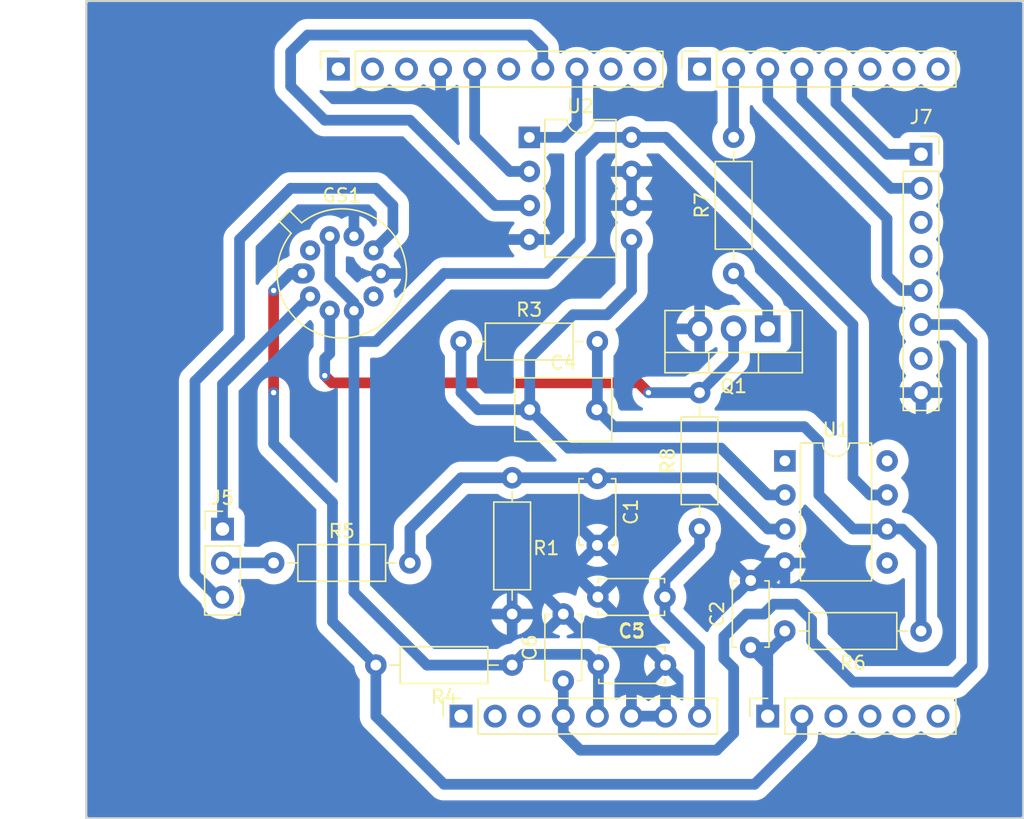
<source format=kicad_pcb>
(kicad_pcb (version 20221018) (generator pcbnew)
  (title_block (date "mar. 31 mars 2015"))
  (layers (0 "F.Cu" signal) (31 "B.Cu" signal) (34 "B.Paste" user) (35 "F.Paste" user) (36 "B.SilkS" user "B.Silkscreen") (37 "F.SilkS" user "F.Silkscreen") (38 "B.Mask" user) (39 "F.Mask" user) (44 "Edge.Cuts" user))
  (net 0 "")
  (net 1 "GND")
  (net 3 "+5V")
  (net 4 "/IOREF")
  (net 5 "Net-(U1-+)")
  (net 6 "R2")
  (net 7 "/A2")
  (net 8 "/A3")
  (net 9 "/SDA{slash}A4")
  (net 10 "/SCL{slash}A5")
  (net 11 "Net-(C4-Pad2)")
  (net 12 "/12")
  (net 13 "/AREF")
  (net 14 "/8")
  (net 15 "/7")
  (net 16 "VADC_TEMP")
  (net 17 "Net-(J5-Pin_2)")
  (net 18 "/*9")
  (net 19 "VADC_GAS")
  (net 20 "/2")
  (net 21 "Net-(Q1-G)")
  (net 22 "PWM")
  (net 23 "/TX{slash}1")
  (net 24 "VHEAT")
  (net 25 "/RX{slash}0")
  (net 26 "IGAS1")
  (net 27 "VCC")
  (net 28 "/~{RESET}")
  (net 29 "IGAS2")
  (net 33 "CS")
  (net 34 "SCK")
  (net 35 "SMOSI")
  (net 36 "+3.3V")
  (net 37 "RST")
  (net 38 "RX")
  (net 39 "TX")
  (footprint "Connector_PinSocket_2.54mm:PinSocket_1x08_P2.54mm_Vertical" (layer "F.Cu") (at 127.94 97.46 90)
    (fp_text reference "J1" hide)
    (fp_text value "Power")
    (fp_line (start -1.33 1.27) (end -1.33 19.11) (stroke (width 0.12)) (layer "F.SilkS"))
    (fp_line (start -1.33 1.27) (end 1.33 1.27) (stroke (width 0.12)) (layer "F.SilkS"))
    (fp_line (start -1.33 19.11) (end 1.33 19.11) (stroke (width 0.12)) (layer "F.SilkS"))
    (fp_line (start 0 -1.33) (end 1.33 -1.33) (stroke (width 0.12)) (layer "F.SilkS"))
    (fp_line (start 1.33 -1.33) (end 1.33 0) (stroke (width 0.12)) (layer "F.SilkS"))
    (fp_line (start 1.33 1.27) (end 1.33 19.11) (stroke (width 0.12)) (layer "F.SilkS"))
    (pad "1" thru_hole rect locked (at 0 0 90) (size 1.7 1.7) (drill 1) (layers "*.Cu" "*.Mask"))
    (pad "2" thru_hole oval locked (at 0 2.54 90) (size 1.7 1.7) (drill 1) (layers "*.Cu" "*.Mask") (net 4 "/IOREF"))
    (pad "3" thru_hole oval locked (at 0 5.08 90) (size 1.7 1.7) (drill 1) (layers "*.Cu" "*.Mask") (net 28 "/~{RESET}"))
    (pad "4" thru_hole oval locked (at 0 7.62 90) (size 1.7 1.7) (drill 1) (layers "*.Cu" "*.Mask") (net 36 "+3.3V"))
    (pad "5" thru_hole oval locked (at 0 10.16 90) (size 1.7 1.7) (drill 1) (layers "*.Cu" "*.Mask") (net 3 "+5V"))
    (pad "6" thru_hole oval locked (at 0 12.7 90) (size 1.7 1.7) (drill 1) (layers "*.Cu" "*.Mask") (net 1 "GND"))
    (pad "7" thru_hole oval locked (at 0 15.24 90) (size 1.7 1.7) (drill 1) (layers "*.Cu" "*.Mask") (net 1 "GND"))
    (pad "8" thru_hole oval locked (at 0 17.78 90) (size 1.7 1.7) (drill 1) (layers "*.Cu" "*.Mask") (net 27 "VCC"))
  )
  (footprint "Connector_PinSocket_2.54mm:PinSocket_1x06_P2.54mm_Vertical" (layer "F.Cu") (at 150.8 97.46 90)
    (fp_text reference "J3" hide)
    (fp_text value "Analog")
    (fp_line (start -1.33 1.27) (end -1.33 14.03) (stroke (width 0.12)) (layer "F.SilkS"))
    (fp_line (start -1.33 1.27) (end 1.33 1.27) (stroke (width 0.12)) (layer "F.SilkS"))
    (fp_line (start -1.33 14.03) (end 1.33 14.03) (stroke (width 0.12)) (layer "F.SilkS"))
    (fp_line (start 0 -1.33) (end 1.33 -1.33) (stroke (width 0.12)) (layer "F.SilkS"))
    (fp_line (start 1.33 -1.33) (end 1.33 0) (stroke (width 0.12)) (layer "F.SilkS"))
    (fp_line (start 1.33 1.27) (end 1.33 14.03) (stroke (width 0.12)) (layer "F.SilkS"))
    (pad "1" thru_hole rect locked (at 0 0 90) (size 1.7 1.7) (drill 1) (layers "*.Cu" "*.Mask") (net 19 "VADC_GAS"))
    (pad "2" thru_hole oval locked (at 0 2.54 90) (size 1.7 1.7) (drill 1) (layers "*.Cu" "*.Mask") (net 16 "VADC_TEMP"))
    (pad "3" thru_hole oval locked (at 0 5.08 90) (size 1.7 1.7) (drill 1) (layers "*.Cu" "*.Mask") (net 7 "/A2"))
    (pad "4" thru_hole oval locked (at 0 7.62 90) (size 1.7 1.7) (drill 1) (layers "*.Cu" "*.Mask") (net 8 "/A3"))
    (pad "5" thru_hole oval locked (at 0 10.16 90) (size 1.7 1.7) (drill 1) (layers "*.Cu" "*.Mask") (net 9 "/SDA{slash}A4"))
    (pad "6" thru_hole oval locked (at 0 12.7 90) (size 1.7 1.7) (drill 1) (layers "*.Cu" "*.Mask") (net 10 "/SCL{slash}A5"))
  )
  (footprint "Connector_PinSocket_2.54mm:PinSocket_1x10_P2.54mm_Vertical" (layer "F.Cu") (at 118.796 49.2 90)
    (fp_text reference "J2" hide)
    (fp_text value "Digital/PWM")
    (fp_line (start -1.33 1.27) (end -1.33 24.19) (stroke (width 0.12)) (layer "F.SilkS"))
    (fp_line (start -1.33 1.27) (end 1.33 1.27) (stroke (width 0.12)) (layer "F.SilkS"))
    (fp_line (start -1.33 24.19) (end 1.33 24.19) (stroke (width 0.12)) (layer "F.SilkS"))
    (fp_line (start 0 -1.33) (end 1.33 -1.33) (stroke (width 0.12)) (layer "F.SilkS"))
    (fp_line (start 1.33 -1.33) (end 1.33 0) (stroke (width 0.12)) (layer "F.SilkS"))
    (fp_line (start 1.33 1.27) (end 1.33 24.19) (stroke (width 0.12)) (layer "F.SilkS"))
    (pad "1" thru_hole rect locked (at 0 0 90) (size 1.7 1.7) (drill 1) (layers "*.Cu" "*.Mask") (net 10 "/SCL{slash}A5"))
    (pad "2" thru_hole oval locked (at 0 2.54 90) (size 1.7 1.7) (drill 1) (layers "*.Cu" "*.Mask") (net 9 "/SDA{slash}A4"))
    (pad "3" thru_hole oval locked (at 0 5.08 90) (size 1.7 1.7) (drill 1) (layers "*.Cu" "*.Mask") (net 13 "/AREF"))
    (pad "4" thru_hole oval locked (at 0 7.62 90) (size 1.7 1.7) (drill 1) (layers "*.Cu" "*.Mask") (net 1 "GND"))
    (pad "5" thru_hole oval locked (at 0 10.16 90) (size 1.7 1.7) (drill 1) (layers "*.Cu" "*.Mask") (net 34 "SCK"))
    (pad "6" thru_hole oval locked (at 0 12.7 90) (size 1.7 1.7) (drill 1) (layers "*.Cu" "*.Mask") (net 12 "/12"))
    (pad "7" thru_hole oval locked (at 0 15.24 90) (size 1.7 1.7) (drill 1) (layers "*.Cu" "*.Mask") (net 35 "SMOSI"))
    (pad "8" thru_hole oval locked (at 0 17.78 90) (size 1.7 1.7) (drill 1) (layers "*.Cu" "*.Mask") (net 33 "CS"))
    (pad "9" thru_hole oval locked (at 0 20.32 90) (size 1.7 1.7) (drill 1) (layers "*.Cu" "*.Mask") (net 18 "/*9"))
    (pad "10" thru_hole oval locked (at 0 22.86 90) (size 1.7 1.7) (drill 1) (layers "*.Cu" "*.Mask") (net 14 "/8"))
  )
  (footprint "Connector_PinSocket_2.54mm:PinSocket_1x08_P2.54mm_Vertical" (layer "F.Cu") (at 145.72 49.2 90)
    (fp_text reference "J4" hide)
    (fp_text value "Digital/PWM")
    (fp_line (start -1.33 1.27) (end -1.33 19.11) (stroke (width 0.12)) (layer "F.SilkS"))
    (fp_line (start -1.33 1.27) (end 1.33 1.27) (stroke (width 0.12)) (layer "F.SilkS"))
    (fp_line (start -1.33 19.11) (end 1.33 19.11) (stroke (width 0.12)) (layer "F.SilkS"))
    (fp_line (start 0 -1.33) (end 1.33 -1.33) (stroke (width 0.12)) (layer "F.SilkS"))
    (fp_line (start 1.33 -1.33) (end 1.33 0) (stroke (width 0.12)) (layer "F.SilkS"))
    (fp_line (start 1.33 1.27) (end 1.33 19.11) (stroke (width 0.12)) (layer "F.SilkS"))
    (pad "1" thru_hole rect locked (at 0 0 90) (size 1.7 1.7) (drill 1) (layers "*.Cu" "*.Mask") (net 15 "/7"))
    (pad "2" thru_hole oval locked (at 0 2.54 90) (size 1.7 1.7) (drill 1) (layers "*.Cu" "*.Mask") (net 22 "PWM"))
    (pad "3" thru_hole oval locked (at 0 5.08 90) (size 1.7 1.7) (drill 1) (layers "*.Cu" "*.Mask") (net 37 "RST"))
    (pad "4" thru_hole oval locked (at 0 7.62 90) (size 1.7 1.7) (drill 1) (layers "*.Cu" "*.Mask") (net 38 "RX"))
    (pad "5" thru_hole oval locked (at 0 10.16 90) (size 1.7 1.7) (drill 1) (layers "*.Cu" "*.Mask") (net 39 "TX"))
    (pad "6" thru_hole oval locked (at 0 12.7 90) (size 1.7 1.7) (drill 1) (layers "*.Cu" "*.Mask") (net 20 "/2"))
    (pad "7" thru_hole oval locked (at 0 15.24 90) (size 1.7 1.7) (drill 1) (layers "*.Cu" "*.Mask") (net 23 "/TX{slash}1"))
    (pad "8" thru_hole oval locked (at 0 17.78 90) (size 1.7 1.7) (drill 1) (layers "*.Cu" "*.Mask") (net 25 "/RX{slash}0"))
  )
  (footprint "Capacitor_THT:C_Rect_L7.0mm_W4.5mm_P5.00mm" (layer "F.Cu") (at 133.06 74.6)
    (fp_text reference "C4" (at 2.5 -3.5) (layer "F.SilkS"))
    (fp_text value "1u")
    (fp_line (start -1.12 -2.37) (end -1.12 2.37) (stroke (width 0.12)) (layer "F.SilkS"))
    (fp_line (start -1.12 -2.37) (end 6.12 -2.37) (stroke (width 0.12)) (layer "F.SilkS"))
    (fp_line (start -1.12 2.37) (end 6.12 2.37) (stroke (width 0.12)) (layer "F.SilkS"))
    (fp_line (start 6.12 -2.37) (end 6.12 2.37) (stroke (width 0.12)) (layer "F.SilkS"))
    (pad "1" thru_hole circle (at 0 0) (size 1.6 1.6) (drill 0.8) (layers "*.Cu" "*.Mask") (net 6 "R2"))
    (pad "2" thru_hole circle (at 5 0) (size 1.6 1.6) (drill 0.8) (layers "*.Cu" "*.Mask") (net 11 "Net-(C4-Pad2)"))
  )
  (footprint "Connector_PinHeader_2.54mm:PinHeader_1x03_P2.54mm_Vertical" (layer "F.Cu") (at 110.16 83.505)
    (fp_text reference "J5" (at 0 -2.33) (layer "F.SilkS"))
    (fp_text value "Jumper")
    (fp_line (start -1.33 -1.33) (end 0 -1.33) (stroke (width 0.12)) (layer "F.SilkS"))
    (fp_line (start -1.33 0) (end -1.33 -1.33) (stroke (width 0.12)) (layer "F.SilkS"))
    (fp_line (start -1.33 1.27) (end -1.33 6.41) (stroke (width 0.12)) (layer "F.SilkS"))
    (fp_line (start -1.33 1.27) (end 1.33 1.27) (stroke (width 0.12)) (layer "F.SilkS"))
    (fp_line (start -1.33 6.41) (end 1.33 6.41) (stroke (width 0.12)) (layer "F.SilkS"))
    (fp_line (start 1.33 1.27) (end 1.33 6.41) (stroke (width 0.12)) (layer "F.SilkS"))
    (pad "1" thru_hole rect (at 0 0) (size 1.7 1.7) (drill 1) (layers "*.Cu" "*.Mask") (net 26 "IGAS1"))
    (pad "2" thru_hole oval (at 0 2.54) (size 1.7 1.7) (drill 1) (layers "*.Cu" "*.Mask") (net 17 "Net-(J5-Pin_2)"))
    (pad "3" thru_hole oval (at 0 5.08) (size 1.7 1.7) (drill 1) (layers "*.Cu" "*.Mask") (net 29 "IGAS2"))
  )
  (footprint "Capacitor_THT:C_Disc_D4.7mm_W2.5mm_P5.00mm" (layer "F.Cu") (at 143.14 88.57 180)
    (fp_text reference "C5" (at 2.5 -2.5) (layer "F.SilkS"))
    (fp_text value "100n")
    (fp_line (start 0.03 -1.37) (end 0.03 -1.055) (stroke (width 0.12)) (layer "F.SilkS"))
    (fp_line (start 0.03 -1.37) (end 4.97 -1.37) (stroke (width 0.12)) (layer "F.SilkS"))
    (fp_line (start 0.03 1.055) (end 0.03 1.37) (stroke (width 0.12)) (layer "F.SilkS"))
    (fp_line (start 0.03 1.37) (end 4.97 1.37) (stroke (width 0.12)) (layer "F.SilkS"))
    (fp_line (start 4.97 -1.37) (end 4.97 -1.055) (stroke (width 0.12)) (layer "F.SilkS"))
    (fp_line (start 4.97 1.055) (end 4.97 1.37) (stroke (width 0.12)) (layer "F.SilkS"))
    (pad "1" thru_hole circle (at 0 0 180) (size 1.6 1.6) (drill 0.8) (layers "*.Cu" "*.Mask") (net 27 "VCC"))
    (pad "2" thru_hole circle (at 5 0 180) (size 1.6 1.6) (drill 0.8) (layers "*.Cu" "*.Mask") (net 1 "GND"))
  )
  (footprint "Capacitor_THT:C_Disc_D4.7mm_W2.5mm_P5.00mm" (layer "F.Cu") (at 135.56 94.84 90)
    (fp_text reference "C6" (at 2.5 -2.5 90) (layer "F.SilkS"))
    (fp_text value "100n")
    (fp_line (start 0.03 -1.37) (end 0.03 -1.055) (stroke (width 0.12)) (layer "F.SilkS"))
    (fp_line (start 0.03 -1.37) (end 4.97 -1.37) (stroke (width 0.12)) (layer "F.SilkS"))
    (fp_line (start 0.03 1.055) (end 0.03 1.37) (stroke (width 0.12)) (layer "F.SilkS"))
    (fp_line (start 0.03 1.37) (end 4.97 1.37) (stroke (width 0.12)) (layer "F.SilkS"))
    (fp_line (start 4.97 -1.37) (end 4.97 -1.055) (stroke (width 0.12)) (layer "F.SilkS"))
    (fp_line (start 4.97 1.055) (end 4.97 1.37) (stroke (width 0.12)) (layer "F.SilkS"))
    (pad "1" thru_hole circle (at 0 0 90) (size 1.6 1.6) (drill 0.8) (layers "*.Cu" "*.Mask") (net 36 "+3.3V"))
    (pad "2" thru_hole circle (at 5 0 90) (size 1.6 1.6) (drill 0.8) (layers "*.Cu" "*.Mask") (net 1 "GND"))
  )
  (footprint "Resistor_THT:R_Axial_DIN0207_L6.3mm_D2.5mm_P10.16mm_Horizontal" (layer "F.Cu") (at 145.72 83.49 90)
    (fp_text reference "R8" (at 5.08 -2.37 90) (layer "F.SilkS"))
    (fp_text value "10k")
    (fp_line (start 1.04 0) (end 1.81 0) (stroke (width 0.12)) (layer "F.SilkS"))
    (fp_line (start 1.81 -1.37) (end 1.81 1.37) (stroke (width 0.12)) (layer "F.SilkS"))
    (fp_line (start 1.81 1.37) (end 8.35 1.37) (stroke (width 0.12)) (layer "F.SilkS"))
    (fp_line (start 8.35 -1.37) (end 1.81 -1.37) (stroke (width 0.12)) (layer "F.SilkS"))
    (fp_line (start 8.35 1.37) (end 8.35 -1.37) (stroke (width 0.12)) (layer "F.SilkS"))
    (fp_line (start 9.12 0) (end 8.35 0) (stroke (width 0.12)) (layer "F.SilkS"))
    (pad "1" thru_hole circle (at 0 0 90) (size 1.6 1.6) (drill 0.8) (layers "*.Cu" "*.Mask") (net 27 "VCC"))
    (pad "2" thru_hole oval (at 10.16 0 90) (size 1.6 1.6) (drill 0.8) (layers "*.Cu" "*.Mask") (net 24 "VHEAT"))
  )
  (footprint "Capacitor_THT:C_Disc_D4.7mm_W2.5mm_P5.00mm" (layer "F.Cu") (at 138.1 79.72 -90)
    (fp_text reference "C1" (at 2.5 -2.5 90) (layer "F.SilkS"))
    (fp_text value "100n")
    (fp_line (start 0.03 -1.37) (end 0.03 -1.055) (stroke (width 0.12)) (layer "F.SilkS"))
    (fp_line (start 0.03 -1.37) (end 4.97 -1.37) (stroke (width 0.12)) (layer "F.SilkS"))
    (fp_line (start 0.03 1.055) (end 0.03 1.37) (stroke (width 0.12)) (layer "F.SilkS"))
    (fp_line (start 0.03 1.37) (end 4.97 1.37) (stroke (width 0.12)) (layer "F.SilkS"))
    (fp_line (start 4.97 -1.37) (end 4.97 -1.055) (stroke (width 0.12)) (layer "F.SilkS"))
    (fp_line (start 4.97 1.055) (end 4.97 1.37) (stroke (width 0.12)) (layer "F.SilkS"))
    (pad "1" thru_hole circle (at 0 0 270) (size 1.6 1.6) (drill 0.8) (layers "*.Cu" "*.Mask") (net 5 "Net-(U1-+)"))
    (pad "2" thru_hole circle (at 5 0 270) (size 1.6 1.6) (drill 0.8) (layers "*.Cu" "*.Mask") (net 1 "GND"))
  )
  (footprint "Resistor_THT:R_Axial_DIN0207_L6.3mm_D2.5mm_P10.16mm_Horizontal" (layer "F.Cu") (at 127.94 69.52)
    (fp_text reference "R3" (at 5.08 -2.37) (layer "F.SilkS"))
    (fp_text value "100k")
    (fp_line (start 1.04 0) (end 1.81 0) (stroke (width 0.12)) (layer "F.SilkS"))
    (fp_line (start 1.81 -1.37) (end 1.81 1.37) (stroke (width 0.12)) (layer "F.SilkS"))
    (fp_line (start 1.81 1.37) (end 8.35 1.37) (stroke (width 0.12)) (layer "F.SilkS"))
    (fp_line (start 8.35 -1.37) (end 1.81 -1.37) (stroke (width 0.12)) (layer "F.SilkS"))
    (fp_line (start 8.35 1.37) (end 8.35 -1.37) (stroke (width 0.12)) (layer "F.SilkS"))
    (fp_line (start 9.12 0) (end 8.35 0) (stroke (width 0.12)) (layer "F.SilkS"))
    (pad "1" thru_hole circle (at 0 0) (size 1.6 1.6) (drill 0.8) (layers "*.Cu" "*.Mask") (net 6 "R2"))
    (pad "2" thru_hole oval (at 10.16 0) (size 1.6 1.6) (drill 0.8) (layers "*.Cu" "*.Mask") (net 11 "Net-(C4-Pad2)"))
  )
  (footprint "Package_DIP:DIP-8_W7.62mm" (layer "F.Cu") (at 152.08 78.42)
    (fp_text reference "U1" (at 3.81 -2.33) (layer "F.SilkS"))
    (fp_text value "LTC1050")
    (fp_line (start 1.16 -1.33) (end 1.16 8.95) (stroke (width 0.12)) (layer "F.SilkS"))
    (fp_line (start 1.16 8.95) (end 6.46 8.95) (stroke (width 0.12)) (layer "F.SilkS"))
    (fp_line (start 2.81 -1.33) (end 1.16 -1.33) (stroke (width 0.12)) (layer "F.SilkS"))
    (fp_line (start 6.46 -1.33) (end 4.81 -1.33) (stroke (width 0.12)) (layer "F.SilkS"))
    (fp_line (start 6.46 8.95) (end 6.46 -1.33) (stroke (width 0.12)) (layer "F.SilkS"))
    (fp_arc (start 4.81 -1.33) (mid 3.81 -0.33) (end 2.81 -1.33) (stroke (width 0.12)) (layer "F.SilkS"))
    (pad "1" thru_hole rect (at 0 0) (size 1.6 1.6) (drill 0.8) (layers "*.Cu" "*.Mask"))
    (pad "2" thru_hole oval (at 0 2.54) (size 1.6 1.6) (drill 0.8) (layers "*.Cu" "*.Mask") (net 6 "R2"))
    (pad "3" thru_hole oval (at 0 5.08) (size 1.6 1.6) (drill 0.8) (layers "*.Cu" "*.Mask") (net 5 "Net-(U1-+)"))
    (pad "4" thru_hole oval (at 0 7.62) (size 1.6 1.6) (drill 0.8) (layers "*.Cu" "*.Mask") (net 1 "GND"))
    (pad "5" thru_hole oval (at 7.62 7.62) (size 1.6 1.6) (drill 0.8) (layers "*.Cu" "*.Mask"))
    (pad "6" thru_hole oval (at 7.62 5.08) (size 1.6 1.6) (drill 0.8) (layers "*.Cu" "*.Mask") (net 11 "Net-(C4-Pad2)"))
    (pad "7" thru_hole oval (at 7.62 2.54) (size 1.6 1.6) (drill 0.8) (layers "*.Cu" "*.Mask") (net 3 "+5V"))
    (pad "8" thru_hole oval (at 7.62 0) (size 1.6 1.6) (drill 0.8) (layers "*.Cu" "*.Mask"))
  )
  (footprint "Package_TO_SOT_THT:TO-220-3_Vertical" (layer "F.Cu") (at 150.8 68.575 180)
    (fp_text reference "Q1" (at 2.54 -4.27) (layer "F.SilkS"))
    (fp_text value "IRF540N" hide)
    (fp_line (start -2.58 -3.27) (end -2.58 1.371) (stroke (width 0.12)) (layer "F.SilkS"))
    (fp_line (start -2.58 -3.27) (end 7.66 -3.27) (stroke (width 0.12)) (layer "F.SilkS"))
    (fp_line (start -2.58 -1.76) (end 7.66 -1.76) (stroke (width 0.12)) (layer "F.SilkS"))
    (fp_line (start -2.58 1.371) (end 7.66 1.371) (stroke (width 0.12)) (layer "F.SilkS"))
    (fp_line (start 0.69 -3.27) (end 0.69 -1.76) (stroke (width 0.12)) (layer "F.SilkS"))
    (fp_line (start 4.391 -3.27) (end 4.391 -1.76) (stroke (width 0.12)) (layer "F.SilkS"))
    (fp_line (start 7.66 -3.27) (end 7.66 1.371) (stroke (width 0.12)) (layer "F.SilkS"))
    (pad "1" thru_hole rect (at 0 0 180) (size 1.905 2) (drill 1.1) (layers "*.Cu" "*.Mask") (net 21 "Net-(Q1-G)"))
    (pad "2" thru_hole oval (at 2.54 0 180) (size 1.905 2) (drill 1.1) (layers "*.Cu" "*.Mask") (net 24 "VHEAT"))
    (pad "3" thru_hole oval (at 5.08 0 180) (size 1.905 2) (drill 1.1) (layers "*.Cu" "*.Mask") (net 1 "GND"))
  )
  (footprint "Resistor_THT:R_Axial_DIN0207_L6.3mm_D2.5mm_P10.16mm_Horizontal" (layer "F.Cu") (at 148.26 64.44 90)
    (fp_text reference "R7" (at 5.08 -2.37 90) (layer "F.SilkS"))
    (fp_text value "1k")
    (fp_line (start 1.04 0) (end 1.81 0) (stroke (width 0.12)) (layer "F.SilkS"))
    (fp_line (start 1.81 -1.37) (end 1.81 1.37) (stroke (width 0.12)) (layer "F.SilkS"))
    (fp_line (start 1.81 1.37) (end 8.35 1.37) (stroke (width 0.12)) (layer "F.SilkS"))
    (fp_line (start 8.35 -1.37) (end 1.81 -1.37) (stroke (width 0.12)) (layer "F.SilkS"))
    (fp_line (start 8.35 1.37) (end 8.35 -1.37) (stroke (width 0.12)) (layer "F.SilkS"))
    (fp_line (start 9.12 0) (end 8.35 0) (stroke (width 0.12)) (layer "F.SilkS"))
    (pad "1" thru_hole circle (at 0 0 90) (size 1.6 1.6) (drill 0.8) (layers "*.Cu" "*.Mask") (net 21 "Net-(Q1-G)"))
    (pad "2" thru_hole oval (at 10.16 0 90) (size 1.6 1.6) (drill 0.8) (layers "*.Cu" "*.Mask") (net 22 "PWM"))
  )
  (footprint "Resistor_THT:R_Axial_DIN0207_L6.3mm_D2.5mm_P10.16mm_Horizontal" (layer "F.Cu") (at 162.23 91.11 180)
    (fp_text reference "R6" (at 5.08 -2.37) (layer "F.SilkS"))
    (fp_text value "1k")
    (fp_line (start 1.04 0) (end 1.81 0) (stroke (width 0.12)) (layer "F.SilkS"))
    (fp_line (start 1.81 -1.37) (end 1.81 1.37) (stroke (width 0.12)) (layer "F.SilkS"))
    (fp_line (start 1.81 1.37) (end 8.35 1.37) (stroke (width 0.12)) (layer "F.SilkS"))
    (fp_line (start 8.35 -1.37) (end 1.81 -1.37) (stroke (width 0.12)) (layer "F.SilkS"))
    (fp_line (start 8.35 1.37) (end 8.35 -1.37) (stroke (width 0.12)) (layer "F.SilkS"))
    (fp_line (start 9.12 0) (end 8.35 0) (stroke (width 0.12)) (layer "F.SilkS"))
    (pad "1" thru_hole circle (at 0 0 180) (size 1.6 1.6) (drill 0.8) (layers "*.Cu" "*.Mask") (net 11 "Net-(C4-Pad2)"))
    (pad "2" thru_hole oval (at 10.16 0 180) (size 1.6 1.6) (drill 0.8) (layers "*.Cu" "*.Mask") (net 19 "VADC_GAS"))
  )
  (footprint "Capacitor_THT:C_Disc_D4.7mm_W2.5mm_P5.00mm" (layer "F.Cu") (at 149.53 92.34 90)
    (fp_text reference "C2" (at 2.5 -2.5 90) (layer "F.SilkS"))
    (fp_text value "100n")
    (fp_line (start 0.03 -1.37) (end 0.03 -1.055) (stroke (width 0.12)) (layer "F.SilkS"))
    (fp_line (start 0.03 -1.37) (end 4.97 -1.37) (stroke (width 0.12)) (layer "F.SilkS"))
    (fp_line (start 0.03 1.055) (end 0.03 1.37) (stroke (width 0.12)) (layer "F.SilkS"))
    (fp_line (start 0.03 1.37) (end 4.97 1.37) (stroke (width 0.12)) (layer "F.SilkS"))
    (fp_line (start 4.97 -1.37) (end 4.97 -1.055) (stroke (width 0.12)) (layer "F.SilkS"))
    (fp_line (start 4.97 1.055) (end 4.97 1.37) (stroke (width 0.12)) (layer "F.SilkS"))
    (pad "1" thru_hole circle (at 0 0 90) (size 1.6 1.6) (drill 0.8) (layers "*.Cu" "*.Mask") (net 19 "VADC_GAS"))
    (pad "2" thru_hole circle (at 5 0 90) (size 1.6 1.6) (drill 0.8) (layers "*.Cu" "*.Mask") (net 1 "GND"))
  )
  (footprint "Package_DIP:DIP-8_W7.62mm" (layer "F.Cu") (at 133.03 54.29)
    (fp_text reference "U2" (at 3.81 -2.33) (layer "F.SilkS"))
    (fp_text value "MCP41100")
    (fp_line (start 1.16 -1.33) (end 1.16 8.95) (stroke (width 0.12)) (layer "F.SilkS"))
    (fp_line (start 1.16 8.95) (end 6.46 8.95) (stroke (width 0.12)) (layer "F.SilkS"))
    (fp_line (start 2.81 -1.33) (end 1.16 -1.33) (stroke (width 0.12)) (layer "F.SilkS"))
    (fp_line (start 6.46 -1.33) (end 4.81 -1.33) (stroke (width 0.12)) (layer "F.SilkS"))
    (fp_line (start 6.46 8.95) (end 6.46 -1.33) (stroke (width 0.12)) (layer "F.SilkS"))
    (fp_arc (start 4.81 -1.33) (mid 3.81 -0.33) (end 2.81 -1.33) (stroke (width 0.12)) (layer "F.SilkS"))
    (pad "1" thru_hole rect (at 0 0) (size 1.6 1.6) (drill 0.8) (layers "*.Cu" "*.Mask") (net 33 "CS"))
    (pad "2" thru_hole oval (at 0 2.54) (size 1.6 1.6) (drill 0.8) (layers "*.Cu" "*.Mask") (net 34 "SCK"))
    (pad "3" thru_hole oval (at 0 5.08) (size 1.6 1.6) (drill 0.8) (layers "*.Cu" "*.Mask") (net 35 "SMOSI"))
    (pad "4" thru_hole oval (at 0 7.62) (size 1.6 1.6) (drill 0.8) (layers "*.Cu" "*.Mask") (net 1 "GND"))
    (pad "5" thru_hole oval (at 7.62 7.62) (size 1.6 1.6) (drill 0.8) (layers "*.Cu" "*.Mask") (net 6 "R2"))
    (pad "6" thru_hole oval (at 7.62 5.08) (size 1.6 1.6) (drill 0.8) (layers "*.Cu" "*.Mask") (net 1 "GND"))
    (pad "7" thru_hole oval (at 7.62 2.54) (size 1.6 1.6) (drill 0.8) (layers "*.Cu" "*.Mask") (net 1 "GND"))
    (pad "8" thru_hole oval (at 7.62 0) (size 1.6 1.6) (drill 0.8) (layers "*.Cu" "*.Mask") (net 3 "+5V"))
  )
  (footprint "Connector_PinSocket_2.54mm:PinSocket_1x08_P2.54mm_Vertical" (layer "F.Cu") (at 162.23 55.55)
    (fp_text reference "J7" (at 0 -2.77) (layer "F.SilkS"))
    (fp_text value "Conn_01x08")
    (fp_line (start -1.33 1.27) (end -1.33 19.11) (stroke (width 0.12)) (layer "F.SilkS"))
    (fp_line (start -1.33 1.27) (end 1.33 1.27) (stroke (width 0.12)) (layer "F.SilkS"))
    (fp_line (start -1.33 19.11) (end 1.33 19.11) (stroke (width 0.12)) (layer "F.SilkS"))
    (fp_line (start 0 -1.33) (end 1.33 -1.33) (stroke (width 0.12)) (layer "F.SilkS"))
    (fp_line (start 1.33 -1.33) (end 1.33 0) (stroke (width 0.12)) (layer "F.SilkS"))
    (fp_line (start 1.33 1.27) (end 1.33 19.11) (stroke (width 0.12)) (layer "F.SilkS"))
    (pad "1" thru_hole rect (at 0 0) (size 1.7 1.7) (drill 1) (layers "*.Cu" "*.Mask") (net 39 "TX"))
    (pad "2" thru_hole oval (at 0 2.54) (size 1.7 1.7) (drill 1) (layers "*.Cu" "*.Mask") (net 38 "RX"))
    (pad "3" thru_hole oval (at 0 5.08) (size 1.7 1.7) (drill 1) (layers "*.Cu" "*.Mask"))
    (pad "4" thru_hole oval (at 0 7.62) (size 1.7 1.7) (drill 1) (layers "*.Cu" "*.Mask"))
    (pad "5" thru_hole oval (at 0 10.16) (size 1.7 1.7) (drill 1) (layers "*.Cu" "*.Mask") (net 37 "RST"))
    (pad "6" thru_hole oval (at 0 12.7) (size 1.7 1.7) (drill 1) (layers "*.Cu" "*.Mask") (net 36 "+3.3V"))
    (pad "7" thru_hole oval (at 0 15.24) (size 1.7 1.7) (drill 1) (layers "*.Cu" "*.Mask"))
    (pad "8" thru_hole oval (at 0 17.78) (size 1.7 1.7) (drill 1) (layers "*.Cu" "*.Mask") (net 1 "GND"))
  )
  (footprint "Resistor_THT:R_Axial_DIN0207_L6.3mm_D2.5mm_P10.16mm_Horizontal" (layer "F.Cu") (at 131.75 93.65 180)
    (fp_text reference "R4" (at 5.08 -2.37) (layer "F.SilkS"))
    (fp_text value "100")
    (fp_line (start 1.04 0) (end 1.81 0) (stroke (width 0.12)) (layer "F.SilkS"))
    (fp_line (start 1.81 -1.37) (end 1.81 1.37) (stroke (width 0.12)) (layer "F.SilkS"))
    (fp_line (start 1.81 1.37) (end 8.35 1.37) (stroke (width 0.12)) (layer "F.SilkS"))
    (fp_line (start 8.35 -1.37) (end 1.81 -1.37) (stroke (width 0.12)) (layer "F.SilkS"))
    (fp_line (start 8.35 1.37) (end 8.35 -1.37) (stroke (width 0.12)) (layer "F.SilkS"))
    (fp_line (start 9.12 0) (end 8.35 0) (stroke (width 0.12)) (layer "F.SilkS"))
    (pad "1" thru_hole circle (at 0 0 180) (size 1.6 1.6) (drill 0.8) (layers "*.Cu" "*.Mask") (net 3 "+5V"))
    (pad "2" thru_hole oval (at 10.16 0 180) (size 1.6 1.6) (drill 0.8) (layers "*.Cu" "*.Mask") (net 16 "VADC_TEMP"))
  )
  (footprint "Resistor_THT:R_Axial_DIN0207_L6.3mm_D2.5mm_P10.16mm_Horizontal" (layer "F.Cu") (at 113.97 86.03)
    (fp_text reference "R5" (at 5.08 -2.37) (layer "F.SilkS"))
    (fp_text value "10k")
    (fp_line (start 1.04 0) (end 1.81 0) (stroke (width 0.12)) (layer "F.SilkS"))
    (fp_line (start 1.81 -1.37) (end 1.81 1.37) (stroke (width 0.12)) (layer "F.SilkS"))
    (fp_line (start 1.81 1.37) (end 8.35 1.37) (stroke (width 0.12)) (layer "F.SilkS"))
    (fp_line (start 8.35 -1.37) (end 1.81 -1.37) (stroke (width 0.12)) (layer "F.SilkS"))
    (fp_line (start 8.35 1.37) (end 8.35 -1.37) (stroke (width 0.12)) (layer "F.SilkS"))
    (fp_line (start 9.12 0) (end 8.35 0) (stroke (width 0.12)) (layer "F.SilkS"))
    (pad "1" thru_hole circle (at 0 0) (size 1.6 1.6) (drill 0.8) (layers "*.Cu" "*.Mask") (net 17 "Net-(J5-Pin_2)"))
    (pad "2" thru_hole oval (at 10.16 0) (size 1.6 1.6) (drill 0.8) (layers "*.Cu" "*.Mask") (net 5 "Net-(U1-+)"))
  )
  (footprint "Package_TO_SOT_THT:TO-5-10" (layer "F.Cu") (at 116.135 64.44)
    (fp_text reference "GS1" (at 2.92 -5.82) (layer "F.SilkS"))
    (fp_text value "~")
    (fp_line (start -1.745856 -3.888039) (end -0.854902 -2.997084) (stroke (width 0.12)) (layer "F.SilkS"))
    (fp_line (start -0.968039 -4.665856) (end -1.745856 -3.888039) (stroke (width 0.12)) (layer "F.SilkS"))
    (fp_line (start -0.077084 -3.774902) (end -0.968039 -4.665856) (stroke (width 0.12)) (layer "F.SilkS"))
    (fp_arc (start -0.077084 -3.774902) (mid 6.328125 3.408384) (end -0.854674 -2.997371) (stroke (width 0.12)) (layer "F.SilkS"))
    (pad "1" thru_hole oval (at 0 0) (size 1.8 1.5) (drill 0.7) (layers "*.Cu" "*.Mask") (net 16 "VADC_TEMP"))
    (pad "2" thru_hole oval (at 0.55767 1.716333) (size 1.5 1.5) (drill 0.7) (layers "*.Cu" "*.Mask") (net 26 "IGAS1"))
    (pad "3" thru_hole oval (at 2.01767 2.777085) (size 1.5 1.5) (drill 0.7) (layers "*.Cu" "*.Mask") (net 24 "VHEAT"))
    (pad "4" thru_hole oval (at 3.82233 2.777085) (size 1.5 1.5) (drill 0.7) (layers "*.Cu" "*.Mask") (net 3 "+5V"))
    (pad "5" thru_hole oval (at 5.28233 1.716333) (size 1.5 1.5) (drill 0.7) (layers "*.Cu" "*.Mask"))
    (pad "6" thru_hole oval (at 5.84 0) (size 1.5 1.5) (drill 0.7) (layers "*.Cu" "*.Mask") (net 1 "GND"))
    (pad "7" thru_hole oval (at 5.28233 -1.716333) (size 1.5 1.5) (drill 0.7) (layers "*.Cu" "*.Mask") (net 29 "IGAS2"))
    (pad "8" thru_hole oval (at 3.82233 -2.777085) (size 1.55 1.5) (drill 0.7) (layers "*.Cu" "*.Mask") (net 1 "GND"))
    (pad "9" thru_hole oval (at 2.01767 -2.777085) (size 1.5 1.5) (drill 0.7) (layers "*.Cu" "*.Mask") (net 3 "+5V"))
    (pad "10" thru_hole oval (at 0.55767 -1.716333) (size 1.5 1.5) (drill 0.7) (layers "*.Cu" "*.Mask"))
  )
  (footprint "Capacitor_THT:C_Disc_D4.7mm_W2.5mm_P5.00mm" (layer "F.Cu") (at 138.18 93.65)
    (fp_text reference "C3" (at 2.5 -2.5) (layer "F.SilkS"))
    (fp_text value "100n")
    (fp_line (start 0.03 -1.37) (end 0.03 -1.055) (stroke (width 0.12)) (layer "F.SilkS"))
    (fp_line (start 0.03 -1.37) (end 4.97 -1.37) (stroke (width 0.12)) (layer "F.SilkS"))
    (fp_line (start 0.03 1.055) (end 0.03 1.37) (stroke (width 0.12)) (layer "F.SilkS"))
    (fp_line (start 0.03 1.37) (end 4.97 1.37) (stroke (width 0.12)) (layer "F.SilkS"))
    (fp_line (start 4.97 -1.37) (end 4.97 -1.055) (stroke (width 0.12)) (layer "F.SilkS"))
    (fp_line (start 4.97 1.055) (end 4.97 1.37) (stroke (width 0.12)) (layer "F.SilkS"))
    (pad "1" thru_hole circle (at 0 0) (size 1.6 1.6) (drill 0.8) (layers "*.Cu" "*.Mask") (net 3 "+5V"))
    (pad "2" thru_hole circle (at 5 0) (size 1.6 1.6) (drill 0.8) (layers "*.Cu" "*.Mask") (net 1 "GND"))
  )
  (footprint "Resistor_THT:R_Axial_DIN0207_L6.3mm_D2.5mm_P10.16mm_Horizontal" (layer "F.Cu") (at 131.75 79.68 -90)
    (fp_text reference "R1" (at 5.25 -2.54) (layer "F.SilkS"))
    (fp_text value "100k")
    (fp_line (start 1.04 0) (end 1.81 0) (stroke (width 0.12)) (layer "F.SilkS"))
    (fp_line (start 1.81 -1.37) (end 1.81 1.37) (stroke (width 0.12)) (layer "F.SilkS"))
    (fp_line (start 1.81 1.37) (end 8.35 1.37) (stroke (width 0.12)) (layer "F.SilkS"))
    (fp_line (start 8.35 -1.37) (end 1.81 -1.37) (stroke (width 0.12)) (layer "F.SilkS"))
    (fp_line (start 8.35 1.37) (end 8.35 -1.37) (stroke (width 0.12)) (layer "F.SilkS"))
    (fp_line (start 9.12 0) (end 8.35 0) (stroke (width 0.12)) (layer "F.SilkS"))
    (pad "1" thru_hole circle (at 0 0 270) (size 1.6 1.6) (drill 0.8) (layers "*.Cu" "*.Mask") (net 5 "Net-(U1-+)"))
    (pad "2" thru_hole oval (at 10.16 0 270) (size 1.6 1.6) (drill 0.8) (layers "*.Cu" "*.Mask") (net 1 "GND"))
  )
  (gr_line (start 100 105.08) (end 100 44.12) (stroke (width 0.15)) (layer "Edge.Cuts"))
  (gr_line (start 169.85 44.12) (end 169.85 105.08) (stroke (width 0.15)) (layer "Edge.Cuts"))
  (gr_line (start 169.85 105.08) (end 100 105.08) (stroke (width 0.15)) (layer "Edge.Cuts"))
  (gr_line (start 100 44.12) (end 169.85 44.12) (stroke (width 0.15)) (layer "Edge.Cuts"))
  (segment (start 150.78 87.34) (end 152.08 86.04) (width 1.2) (layer "B.Cu") (net 1))
  (segment (start 150.78 87.34) (end 149.53 87.34) (width 1.2) (layer "B.Cu") (net 1))
  (segment (start 138.1 54.28) (end 138.11 54.29) (width 0.8) (layer "B.Cu") (net 3))
  (segment (start 143.17 54.29) (end 143.18 54.28) (width 0.8) (layer "B.Cu") (net 3))
  (segment (start 122.86 68.25) (end 126.67 64.44) (width 0.8) (layer "B.Cu") (net 3))
  (segment (start 122.86 68.25) (end 121.59 69.52) (width 0.8) (layer "B.Cu") (net 3))
  (segment (start 136.83 61.9) (end 136.83 55.55) (width 0.8) (layer "B.Cu") (net 3))
  (segment (start 125.4 93.65) (end 131.75 93.65) (width 0.8) (layer "B.Cu") (net 3))
  (segment (start 119.95733 69.52) (end 119.95733 88.20733) (width 0.8) (layer "B.Cu") (net 3))
  (segment (start 138.18 97.38) (end 138.1 97.46) (width 0.8) (layer "B.Cu") (net 3))
  (segment (start 126.67 64.44) (end 134.29 64.44) (width 0.8) (layer "B.Cu") (net 3))
  (segment (start 140.65 54.29) (end 143.17 54.29) (width 0.8) (layer "B.Cu") (net 3))
  (segment (start 121.59 69.52) (end 119.95733 69.52) (width 0.8) (layer "B.Cu") (net 3))
  (segment (start 136.83 55.55) (end 138.1 54.28) (width 0.8) (layer "B.Cu") (net 3))
  (segment (start 118.15267 64.81267) (end 118.15267 61.662915) (width 0.8) (layer "B.Cu") (net 3))
  (segment (start 138.11 54.29) (end 140.65 54.29) (width 0.8) (layer "B.Cu") (net 3))
  (segment (start 119.95733 66.61733) (end 118.15267 64.81267) (width 0.8) (layer "B.Cu") (net 3))
  (segment (start 132.549999 92.850001) (end 137.380001 92.850001) (width 0.8) (layer "B.Cu") (net 3))
  (segment (start 134.29 64.44) (end 136.83 61.9) (width 0.8) (layer "B.Cu") (net 3))
  (segment (start 138.18 93.65) (end 138.18 97.38) (width 0.8) (layer "B.Cu") (net 3))
  (segment (start 119.95733 67.217085) (end 119.95733 66.61733) (width 0.8) (layer "B.Cu") (net 3))
  (segment (start 137.380001 92.850001) (end 138.18 93.65) (width 0.8) (layer "B.Cu") (net 3))
  (segment (start 118.15267 61.662915) (end 118.24267 61.752915) (width 1.2) (layer "B.Cu") (net 3))
  (segment (start 131.75 93.65) (end 132.549999 92.850001) (width 0.8) (layer "B.Cu") (net 3))
  (segment (start 119.95733 68.25) (end 119.95733 69.52) (width 0.8) (layer "B.Cu") (net 3))
  (segment (start 119.95733 88.20733) (end 125.4 93.65) (width 0.8) (layer "B.Cu") (net 3))
  (segment (start 119.95733 67.217085) (end 119.95733 68.25) (width 0.8) (layer "B.Cu") (net 3))
  (segment (start 157.15 68.25) (end 157.15 79.68) (width 0.8) (layer "B.Cu") (net 3))
  (segment (start 143.18 54.28) (end 157.15 68.25) (width 0.8) (layer "B.Cu") (net 3))
  (segment (start 158.43 80.96) (end 159.7 80.96) (width 0.8) (layer "B.Cu") (net 3))
  (segment (start 157.15 79.68) (end 158.43 80.96) (width 0.8) (layer "B.Cu") (net 3))
  (segment (start 146.99 79.68) (end 127.94 79.68) (width 0.8) (layer "B.Cu") (net 5))
  (segment (start 124.13 86.03) (end 124.13 83.49) (width 0.8) (layer "B.Cu") (net 5))
  (segment (start 152.08 83.5) (end 150.81 83.5) (width 0.8) (layer "B.Cu") (net 5))
  (segment (start 124.13 83.49) (end 127.94 79.68) (width 0.8) (layer "B.Cu") (net 5))
  (segment (start 150.81 83.5) (end 146.99 79.68) (width 0.8) (layer "B.Cu") (net 5))
  (segment (start 150.81 80.96) (end 147.32 77.47) (width 0.8) (layer "B.Cu") (net 6))
  (segment (start 138.83 67.52) (end 136.29 67.52) (width 0.8) (layer "B.Cu") (net 6))
  (segment (start 140.65 65.7) (end 138.83 67.52) (width 0.8) (layer "B.Cu") (net 6))
  (segment (start 129.21 74.6) (end 133.06 74.6) (width 0.8) (layer "B.Cu") (net 6))
  (segment (start 127.94 73.33) (end 129.21 74.6) (width 0.8) (layer "B.Cu") (net 6))
  (segment (start 133.06 74.6) (end 135.93 77.47) (width 0.8) (layer "B.Cu") (net 6))
  (segment (start 127.94 69.52) (end 127.94 73.33) (width 0.8) (layer "B.Cu") (net 6))
  (segment (start 147.32 77.47) (end 136.83 77.47) (width 0.8) (layer "B.Cu") (net 6))
  (segment (start 133.06 70.75) (end 133.06 74.6) (width 0.8) (layer "B.Cu") (net 6))
  (segment (start 135.93 77.47) (end 136.83 77.47) (width 0.8) (layer "B.Cu") (net 6))
  (segment (start 127.94 69.52) (end 127.98 69.52) (width 0.8) (layer "B.Cu") (net 6))
  (segment (start 136.29 67.52) (end 133.06 70.75) (width 0.8) (layer "B.Cu") (net 6))
  (segment (start 152.08 80.96) (end 150.81 80.96) (width 0.8) (layer "B.Cu") (net 6))
  (segment (start 140.65 61.91) (end 140.65 65.7) (width 0.8) (layer "B.Cu") (net 6))
  (segment (start 153.53 75.87) (end 154.61 76.95) (width 0.8) (layer "B.Cu") (net 11))
  (segment (start 154.61 80.95) (end 157.16 83.5) (width 0.8) (layer "B.Cu") (net 11))
  (segment (start 159.7 83.5) (end 160.83137 83.5) (width 0.8) (layer "B.Cu") (net 11))
  (segment (start 154.61 76.95) (end 154.61 80.95) (width 0.8) (layer "B.Cu") (net 11))
  (segment (start 162.23 84.89863) (end 162.23 91.11) (width 0.8) (layer "B.Cu") (net 11))
  (segment (start 160.83137 83.5) (end 162.23 84.89863) (width 0.8) (layer "B.Cu") (net 11))
  (segment (start 139.33 75.87) (end 153.53 75.87) (width 0.8) (layer "B.Cu") (net 11))
  (segment (start 138.1 69.52) (end 138.1 74.56) (width 0.8) (layer "B.Cu") (net 11))
  (segment (start 138.06 74.6) (end 139.33 75.87) (width 0.8) (layer "B.Cu") (net 11))
  (segment (start 138.1 74.56) (end 138.06 74.6) (width 0.8) (layer "B.Cu") (net 11))
  (segment (start 157.16 83.5) (end 159.7 83.5) (width 0.8) (layer "B.Cu") (net 11))
  (segment (start 113.97 73.33) (end 113.97 65.71) (width 0.8) (layer "F.Cu") (net 16))
  (via (at 113.97 73.33) (size 0.6) (drill 0.4) (layers "F.Cu" "B.Cu") (net 16))
  (via (at 113.97 65.71) (size 0.6) (drill 0.4) (layers "F.Cu" "B.Cu") (net 16))
  (segment (start 116.135 64.44) (end 115.24 64.44) (width 0.8) (layer "B.Cu") (net 16))
  (segment (start 113.97 77.14) (end 118.35733 81.52733) (width 0.8) (layer "B.Cu") (net 16))
  (segment (start 149.82 102.54) (end 153.34 99.02) (width 0.8) (layer "B.Cu") (net 16))
  (segment (start 121.59 93.65) (end 121.59 97.46) (width 0.8) (layer "B.Cu") (net 16))
  (segment (start 113.97 73.33) (end 113.97 77.14) (width 0.8) (layer "B.Cu") (net 16))
  (segment (start 118.35733 90.41733) (end 121.59 93.65) (width 0.8) (layer "B.Cu") (net 16))
  (segment (start 115.24 64.44) (end 113.97 65.71) (width 0.8) (layer "B.Cu") (net 16))
  (segment (start 153.34 99.02) (end 153.34 97.46) (width 0.8) (layer "B.Cu") (net 16))
  (segment (start 126.67 102.54) (end 149.82 102.54) (width 0.8) (layer "B.Cu") (net 16))
  (segment (start 118.35733 81.52733) (end 118.35733 90.41733) (width 0.8) (layer "B.Cu") (net 16))
  (segment (start 121.59 97.46) (end 126.67 102.54) (width 0.8) (layer "B.Cu") (net 16))
  (segment (start 110.16 86.045) (end 111.445 86.045) (width 0.8) (layer "B.Cu") (net 17))
  (segment (start 113.97 86.03) (end 111.46 86.03) (width 0.8) (layer "B.Cu") (net 17))
  (segment (start 111.46 86.03) (end 111.445 86.045) (width 0.8) (layer "B.Cu") (net 17))
  (segment (start 149.53 92.34) (end 150.8 93.61) (width 0.8) (layer "B.Cu") (net 19))
  (segment (start 150.8 92.71) (end 151.17 92.34) (width 0.8) (layer "B.Cu") (net 19))
  (segment (start 151.17 92.34) (end 152.07 91.44) (width 0.8) (layer "B.Cu") (net 19))
  (segment (start 150.8 93.61) (end 150.8 97.46) (width 0.8) (layer "B.Cu") (net 19))
  (segment (start 149.53 92.34) (end 151.17 92.34) (width 0.8) (layer "B.Cu") (net 19))
  (segment (start 150.8 93.61) (end 150.8 92.71) (width 0.8) (layer "B.Cu") (net 19))
  (segment (start 148.26 64.44) (end 150.8 66.98) (width 0.8) (layer "B.Cu") (net 21))
  (segment (start 150.8 66.98) (end 150.8 68.575) (width 0.8) (layer "B.Cu") (net 21))
  (segment (start 148.26 54.28) (end 148.26 49.2) (width 0.8) (layer "B.Cu") (net 22))
  (segment (start 141.18 72.6) (end 141.91 73.33) (width 0.8) (layer "F.Cu") (net 24))
  (segment (start 118.32 72.6) (end 141.18 72.6) (width 0.8) (layer "F.Cu") (net 24))
  (segment (start 117.78 72.06) (end 118.32 72.6) (width 0.8) (layer "F.Cu") (net 24))
  (via (at 117.78 72.06) (size 0.6) (drill 0.4) (layers "F.Cu" "B.Cu") (net 24))
  (via (at 141.91 73.33) (size 0.6) (drill 0.4) (layers "F.Cu" "B.Cu") (net 24))
  (segment (start 118.15267 70.41733) (end 118.15267 67.217085) (width 0.8) (layer "B.Cu") (net 24))
  (segment (start 145.72 73.33) (end 148.26 70.79) (width 0.8) (layer "B.Cu") (net 24))
  (segment (start 117.78 70.79) (end 118.15267 70.41733) (width 0.8) (layer "B.Cu") (net 24))
  (segment (start 141.91 73.33) (end 145.72 73.33) (width 0.8) (layer "B.Cu") (net 24))
  (segment (start 117.78 72.06) (end 117.78 70.79) (width 0.8) (layer "B.Cu") (net 24))
  (segment (start 148.26 70.79) (end 148.26 68.575) (width 0.8) (layer "B.Cu") (net 24))
  (segment (start 110.16 72.689003) (end 116.609003 66.24) (width 0.8) (layer "B.Cu") (net 26))
  (segment (start 110.16 83.505) (end 110.16 72.689003) (width 0.8) (layer "B.Cu") (net 26))
  (segment (start 143.14 89.8) (end 143.14 88.57) (width 0.8) (layer "B.Cu") (net 27))
  (segment (start 145.72 84.76) (end 145.72 83.49) (width 0.8) (layer "B.Cu") (net 27))
  (segment (start 143.14 88.57) (end 143.14 87.34) (width 0.8) (layer "B.Cu") (net 27))
  (segment (start 143.14 87.34) (end 145.72 84.76) (width 0.8) (layer "B.Cu") (net 27))
  (segment (start 145.72 97.46) (end 145.72 92.38) (width 0.8) (layer "B.Cu") (net 27))
  (segment (start 145.72 92.38) (end 143.14 89.8) (width 0.8) (layer "B.Cu") (net 27))
  (segment (start 111.43 69.156261) (end 111.43 61.9) (width 0.8) (layer "B.Cu") (net 29))
  (segment (start 108.11 86.894138) (end 108.11 72.476261) (width 0.8) (layer "B.Cu") (net 29))
  (segment (start 111.43 61.9) (end 115.24 58.09) (width 0.8) (layer "B.Cu") (net 29))
  (segment (start 108.11 72.476261) (end 111.43 69.156261) (width 0.8) (layer "B.Cu") (net 29))
  (segment (start 122.86 61.280997) (end 121.41733 62.723667) (width 0.8) (layer "B.Cu") (net 29))
  (segment (start 115.24 58.09) (end 121.59 58.09) (width 0.8) (layer "B.Cu") (net 29))
  (segment (start 122.86 59.36) (end 122.86 61.280997) (width 0.8) (layer "B.Cu") (net 29))
  (segment (start 109.800862 88.585) (end 108.11 86.894138) (width 0.8) (layer "B.Cu") (net 29))
  (segment (start 110.16 88.585) (end 109.800862 88.585) (width 0.8) (layer "B.Cu") (net 29))
  (segment (start 121.59 58.09) (end 122.86 59.36) (width 0.8) (layer "B.Cu") (net 29))
  (segment (start 133.03 54.29) (end 135.55 54.29) (width 0.8) (layer "B.Cu") (net 33))
  (segment (start 135.55 54.29) (end 136.576 53.264) (width 0.8) (layer "B.Cu") (net 33))
  (segment (start 136.576 53.264) (end 136.576 49.2) (width 0.8) (layer "B.Cu") (net 33))
  (segment (start 128.956 49.2) (end 128.956 54.216) (width 0.8) (layer "B.Cu") (net 34))
  (segment (start 128.956 54.216) (end 131.57 56.83) (width 0.8) (layer "B.Cu") (net 34))
  (segment (start 131.57 56.83) (end 133.03 56.83) (width 0.8) (layer "B.Cu") (net 34))
  (segment (start 124.13 53.01) (end 130.49 59.37) (width 0.8) (layer "B.Cu") (net 35))
  (segment (start 133.02 46.66) (end 116.51 46.66) (width 0.8) (layer "B.Cu") (net 35))
  (segment (start 130.49 59.37) (end 133.03 59.37) (width 0.8) (layer "B.Cu") (net 35))
  (segment (start 116.51 46.66) (end 115.24 47.93) (width 0.8) (layer "B.Cu") (net 35))
  (segment (start 134.036 47.676) (end 133.02 46.66) (width 0.8) (layer "B.Cu") (net 35))
  (segment (start 115.24 50.47) (end 117.78 53.01) (width 0.8) (layer "B.Cu") (net 35))
  (segment (start 115.24 47.93) (end 115.24 50.47) (width 0.8) (layer "B.Cu") (net 35))
  (segment (start 134.036 49.2) (end 134.036 47.676) (width 0.8) (layer "B.Cu") (net 35))
  (segment (start 117.78 53.01) (end 124.13 53.01) (width 0.8) (layer "B.Cu") (net 35))
  (segment (start 154.07 91.84) (end 157.15 94.92) (width 0.8) (layer "B.Cu") (net 36))
  (segment (start 164.77 68.25) (end 162.23 68.25) (width 0.8) (layer "B.Cu") (net 36))
  (segment (start 166.04 69.52) (end 164.77 68.25) (width 0.8) (layer "B.Cu") (net 36))
  (segment (start 148.26 98.73) (end 148.26 93.898428) (width 0.8) (layer "B.Cu") (net 36))
  (segment (start 166.04 93.65) (end 166.04 69.52) (width 0.8) (layer "B.Cu") (net 36))
  (segment (start 148.26 93.898428) (end 147.53 93.168428) (width 0.8) (layer "B.Cu") (net 36))
  (segment (start 147.53 93.168428) (end 147.53 91.511572) (width 0.8) (layer "B.Cu") (net 36))
  (segment (start 135.56 97.46) (end 135.56 94.84) (width 0.8) (layer "B.Cu") (net 36))
  (segment (start 135.56 97.46) (end 135.56 98.73) (width 0.8) (layer "B.Cu") (net 36))
  (segment (start 149.201572 89.84) (end 150.511572 89.84) (width 0.8) (layer "B.Cu") (net 36))
  (segment (start 150.511572 89.84) (end 151.241572 89.11) (width 0.8) (layer "B.Cu") (net 36))
  (segment (start 157.15 94.92) (end 164.77 94.92) (width 0.8) (layer "B.Cu") (net 36))
  (segment (start 154.07 90.281572) (end 154.07 91.84) (width 0.8) (layer "B.Cu") (net 36))
  (segment (start 136.83 100) (end 146.99 100) (width 0.8) (layer "B.Cu") (net 36))
  (segment (start 147.53 91.511572) (end 149.201572 89.84) (width 0.8) (layer "B.Cu") (net 36))
  (segment (start 135.56 98.73) (end 136.83 100) (width 0.8) (layer "B.Cu") (net 36))
  (segment (start 151.241572 89.11) (end 152.898428 89.11) (width 0.8) (layer "B.Cu") (net 36))
  (segment (start 164.77 94.92) (end 166.04 93.65) (width 0.8) (layer "B.Cu") (net 36))
  (segment (start 146.99 100) (end 148.26 98.73) (width 0.8) (layer "B.Cu") (net 36))
  (segment (start 152.898428 89.11) (end 154.07 90.281572) (width 0.8) (layer "B.Cu") (net 36))
  (segment (start 160.780431 65.71) (end 162.23 65.71) (width 0.8) (layer "B.Cu") (net 37))
  (segment (start 150.8 51.462742) (end 159.69 60.352742) (width 0.8) (layer "B.Cu") (net 37))
  (segment (start 150.8 49.2) (end 150.8 51.462742) (width 0.8) (layer "B.Cu") (net 37))
  (segment (start 159.69 64.619569) (end 160.780431 65.71) (width 0.8) (layer "B.Cu") (net 37))
  (segment (start 159.69 60.352742) (end 159.69 64.619569) (width 0.8) (layer "B.Cu") (net 37))
  (segment (start 153.34 49.2) (end 153.34 51.462742) (width 0.8) (layer "B.Cu") (net 38))
  (segment (start 159.967258 58.09) (end 162.23 58.09) (width 0.8) (layer "B.Cu") (net 38))
  (segment (start 153.34 51.462742) (end 159.967258 58.09) (width 0.8) (layer "B.Cu") (net 38))
  (segment (start 159.69 55.55) (end 162.23 55.55) (width 0.8) (layer "B.Cu") (net 39))
  (segment (start 155.88 49.2) (end 155.88 51.74) (width 0.8) (layer "B.Cu") (net 39))
  (segment (start 155.88 51.74) (end 159.69 55.55) (width 0.8) (layer "B.Cu") (net 39))
  (zone (net 1) (net_name "GND") (layer "B.Cu") (connect_pads (clearance 0.508)) (min_thickness 0.25) (fill yes (thermal_gap 0.8) (thermal_bridge_width 0.8))
    (polygon (pts (xy 100 47.93) (xy 100 44.12) (xy 169.85 44.12) (xy 169.85 49.2) (xy 169.85 59.36) (xy 169.85 61.9) (xy 169.85 96.19) (xy 169.85 105.08) (xy 166.04 105.08) (xy 100 105.08)))
  )
)
</source>
